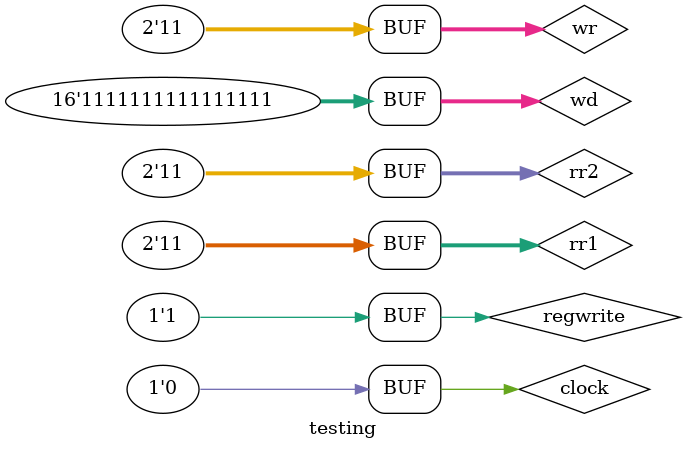
<source format=v>
`include "regfile.v"


module testing ();

 // input
 reg [1:0] rr1,rr2,wr;
 reg [15:0] wd;
 reg regwrite, clock;
 // ouput
 wire [15:0] rd1,rd2;

 reg_file regs (rr1,rr2,wr,wd,regwrite,rd1,rd2,clock);

 initial
   begin

     #10 regwrite=1'd1;    // enable writing

     #10 wd=16'd500;       // set write data

     #10          rr1=2'b0; rr2=2'b0; clock=1'b0;
     #10 wr=2'd1; rr1=2'b1; rr2=2'b1; clock=1'b1;
     #10                              clock=1'b0;
     #10 wr=2'd2; rr1=2'd2; rr2=2'd2; clock=1'b1;
     #10                              clock=1'b0;
     #10 wr=2'd3; rr1=2'd3; rr2=2'd3; clock=1'd1;
     #10                              clock=1'd0;

     #10 regwrite=1'd0;    // disable writing

     #10 wd=16'd30000;     // set write data

     #10 wr=2'd1; rr1=2'd1; rr2=2'd1; clock=1'd1;
     #10                              clock=1'd0;
     #10 wr=2'd2; rr1=2'd2; rr2=2'd2; clock=1'd1;
     #10                              clock=1'd0;
     #10 wr=2'd3; rr1=2'd3; rr2=2'd3; clock=1'd1;
     #10                              clock=1'd0;

     #10 regwrite=1'd1;    //enable writing

     #10 wd=-16'd1;        // set write data

     #10 wr=2'd1; rr1=2'd1; rr2=2'd1; clock=1'd1;
     #10                              clock=1'd0;
     #10 wr=2'd2; rr1=2'd2; rr2=2'd2; clock=1'd1;
     #10                              clock=1'd0;
     #10 wr=2'd3; rr1=2'd3; rr2=2'd3; clock=1'd1;
     #10                              clock=1'd0;

   end

 initial
   $monitor ("regwrite=%d clock=%d rr1=%d rr2=%d wr=%d wd=%d rd1=%d rd2=%d",
	   regwrite,clock,rr1,rr2,wr,wd,rd1,rd2);

endmodule

</source>
